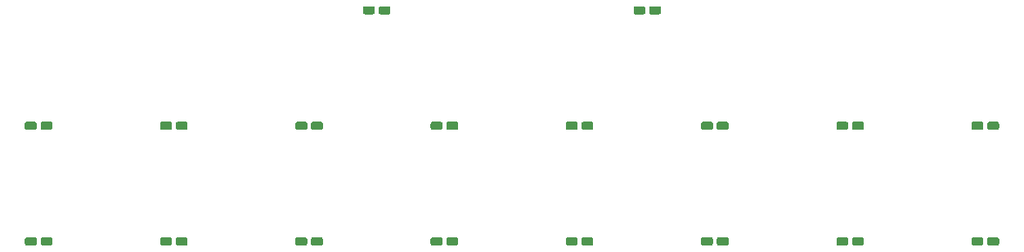
<source format=gtp>
G04 #@! TF.GenerationSoftware,KiCad,Pcbnew,(5.1.4)-1*
G04 #@! TF.CreationDate,2020-02-21T15:42:12+09:00*
G04 #@! TF.ProjectId,groove-pad-ctrl,67726f6f-7665-42d7-9061-642d6374726c,rev?*
G04 #@! TF.SameCoordinates,Original*
G04 #@! TF.FileFunction,Paste,Top*
G04 #@! TF.FilePolarity,Positive*
%FSLAX46Y46*%
G04 Gerber Fmt 4.6, Leading zero omitted, Abs format (unit mm)*
G04 Created by KiCad (PCBNEW (5.1.4)-1) date 2020-02-21 15:42:12*
%MOMM*%
%LPD*%
G04 APERTURE LIST*
%ADD10C,0.100000*%
%ADD11C,0.850000*%
G04 APERTURE END LIST*
D10*
G36*
X64858329Y-99576023D02*
G01*
X64878957Y-99579083D01*
X64899185Y-99584150D01*
X64918820Y-99591176D01*
X64937672Y-99600092D01*
X64955559Y-99610813D01*
X64972309Y-99623235D01*
X64987760Y-99637240D01*
X65001765Y-99652691D01*
X65014187Y-99669441D01*
X65024908Y-99687328D01*
X65033824Y-99706180D01*
X65040850Y-99725815D01*
X65045917Y-99746043D01*
X65048977Y-99766671D01*
X65050000Y-99787500D01*
X65050000Y-100212500D01*
X65048977Y-100233329D01*
X65045917Y-100253957D01*
X65040850Y-100274185D01*
X65033824Y-100293820D01*
X65024908Y-100312672D01*
X65014187Y-100330559D01*
X65001765Y-100347309D01*
X64987760Y-100362760D01*
X64972309Y-100376765D01*
X64955559Y-100389187D01*
X64937672Y-100399908D01*
X64918820Y-100408824D01*
X64899185Y-100415850D01*
X64878957Y-100420917D01*
X64858329Y-100423977D01*
X64837500Y-100425000D01*
X64037500Y-100425000D01*
X64016671Y-100423977D01*
X63996043Y-100420917D01*
X63975815Y-100415850D01*
X63956180Y-100408824D01*
X63937328Y-100399908D01*
X63919441Y-100389187D01*
X63902691Y-100376765D01*
X63887240Y-100362760D01*
X63873235Y-100347309D01*
X63860813Y-100330559D01*
X63850092Y-100312672D01*
X63841176Y-100293820D01*
X63834150Y-100274185D01*
X63829083Y-100253957D01*
X63826023Y-100233329D01*
X63825000Y-100212500D01*
X63825000Y-99787500D01*
X63826023Y-99766671D01*
X63829083Y-99746043D01*
X63834150Y-99725815D01*
X63841176Y-99706180D01*
X63850092Y-99687328D01*
X63860813Y-99669441D01*
X63873235Y-99652691D01*
X63887240Y-99637240D01*
X63902691Y-99623235D01*
X63919441Y-99610813D01*
X63937328Y-99600092D01*
X63956180Y-99591176D01*
X63975815Y-99584150D01*
X63996043Y-99579083D01*
X64016671Y-99576023D01*
X64037500Y-99575000D01*
X64837500Y-99575000D01*
X64858329Y-99576023D01*
X64858329Y-99576023D01*
G37*
D11*
X64437500Y-100000000D03*
D10*
G36*
X66483329Y-99576023D02*
G01*
X66503957Y-99579083D01*
X66524185Y-99584150D01*
X66543820Y-99591176D01*
X66562672Y-99600092D01*
X66580559Y-99610813D01*
X66597309Y-99623235D01*
X66612760Y-99637240D01*
X66626765Y-99652691D01*
X66639187Y-99669441D01*
X66649908Y-99687328D01*
X66658824Y-99706180D01*
X66665850Y-99725815D01*
X66670917Y-99746043D01*
X66673977Y-99766671D01*
X66675000Y-99787500D01*
X66675000Y-100212500D01*
X66673977Y-100233329D01*
X66670917Y-100253957D01*
X66665850Y-100274185D01*
X66658824Y-100293820D01*
X66649908Y-100312672D01*
X66639187Y-100330559D01*
X66626765Y-100347309D01*
X66612760Y-100362760D01*
X66597309Y-100376765D01*
X66580559Y-100389187D01*
X66562672Y-100399908D01*
X66543820Y-100408824D01*
X66524185Y-100415850D01*
X66503957Y-100420917D01*
X66483329Y-100423977D01*
X66462500Y-100425000D01*
X65662500Y-100425000D01*
X65641671Y-100423977D01*
X65621043Y-100420917D01*
X65600815Y-100415850D01*
X65581180Y-100408824D01*
X65562328Y-100399908D01*
X65544441Y-100389187D01*
X65527691Y-100376765D01*
X65512240Y-100362760D01*
X65498235Y-100347309D01*
X65485813Y-100330559D01*
X65475092Y-100312672D01*
X65466176Y-100293820D01*
X65459150Y-100274185D01*
X65454083Y-100253957D01*
X65451023Y-100233329D01*
X65450000Y-100212500D01*
X65450000Y-99787500D01*
X65451023Y-99766671D01*
X65454083Y-99746043D01*
X65459150Y-99725815D01*
X65466176Y-99706180D01*
X65475092Y-99687328D01*
X65485813Y-99669441D01*
X65498235Y-99652691D01*
X65512240Y-99637240D01*
X65527691Y-99623235D01*
X65544441Y-99610813D01*
X65562328Y-99600092D01*
X65581180Y-99591176D01*
X65600815Y-99584150D01*
X65621043Y-99579083D01*
X65641671Y-99576023D01*
X65662500Y-99575000D01*
X66462500Y-99575000D01*
X66483329Y-99576023D01*
X66483329Y-99576023D01*
G37*
D11*
X66062500Y-100000000D03*
D10*
G36*
X78858329Y-99576023D02*
G01*
X78878957Y-99579083D01*
X78899185Y-99584150D01*
X78918820Y-99591176D01*
X78937672Y-99600092D01*
X78955559Y-99610813D01*
X78972309Y-99623235D01*
X78987760Y-99637240D01*
X79001765Y-99652691D01*
X79014187Y-99669441D01*
X79024908Y-99687328D01*
X79033824Y-99706180D01*
X79040850Y-99725815D01*
X79045917Y-99746043D01*
X79048977Y-99766671D01*
X79050000Y-99787500D01*
X79050000Y-100212500D01*
X79048977Y-100233329D01*
X79045917Y-100253957D01*
X79040850Y-100274185D01*
X79033824Y-100293820D01*
X79024908Y-100312672D01*
X79014187Y-100330559D01*
X79001765Y-100347309D01*
X78987760Y-100362760D01*
X78972309Y-100376765D01*
X78955559Y-100389187D01*
X78937672Y-100399908D01*
X78918820Y-100408824D01*
X78899185Y-100415850D01*
X78878957Y-100420917D01*
X78858329Y-100423977D01*
X78837500Y-100425000D01*
X78037500Y-100425000D01*
X78016671Y-100423977D01*
X77996043Y-100420917D01*
X77975815Y-100415850D01*
X77956180Y-100408824D01*
X77937328Y-100399908D01*
X77919441Y-100389187D01*
X77902691Y-100376765D01*
X77887240Y-100362760D01*
X77873235Y-100347309D01*
X77860813Y-100330559D01*
X77850092Y-100312672D01*
X77841176Y-100293820D01*
X77834150Y-100274185D01*
X77829083Y-100253957D01*
X77826023Y-100233329D01*
X77825000Y-100212500D01*
X77825000Y-99787500D01*
X77826023Y-99766671D01*
X77829083Y-99746043D01*
X77834150Y-99725815D01*
X77841176Y-99706180D01*
X77850092Y-99687328D01*
X77860813Y-99669441D01*
X77873235Y-99652691D01*
X77887240Y-99637240D01*
X77902691Y-99623235D01*
X77919441Y-99610813D01*
X77937328Y-99600092D01*
X77956180Y-99591176D01*
X77975815Y-99584150D01*
X77996043Y-99579083D01*
X78016671Y-99576023D01*
X78037500Y-99575000D01*
X78837500Y-99575000D01*
X78858329Y-99576023D01*
X78858329Y-99576023D01*
G37*
D11*
X78437500Y-100000000D03*
D10*
G36*
X80483329Y-99576023D02*
G01*
X80503957Y-99579083D01*
X80524185Y-99584150D01*
X80543820Y-99591176D01*
X80562672Y-99600092D01*
X80580559Y-99610813D01*
X80597309Y-99623235D01*
X80612760Y-99637240D01*
X80626765Y-99652691D01*
X80639187Y-99669441D01*
X80649908Y-99687328D01*
X80658824Y-99706180D01*
X80665850Y-99725815D01*
X80670917Y-99746043D01*
X80673977Y-99766671D01*
X80675000Y-99787500D01*
X80675000Y-100212500D01*
X80673977Y-100233329D01*
X80670917Y-100253957D01*
X80665850Y-100274185D01*
X80658824Y-100293820D01*
X80649908Y-100312672D01*
X80639187Y-100330559D01*
X80626765Y-100347309D01*
X80612760Y-100362760D01*
X80597309Y-100376765D01*
X80580559Y-100389187D01*
X80562672Y-100399908D01*
X80543820Y-100408824D01*
X80524185Y-100415850D01*
X80503957Y-100420917D01*
X80483329Y-100423977D01*
X80462500Y-100425000D01*
X79662500Y-100425000D01*
X79641671Y-100423977D01*
X79621043Y-100420917D01*
X79600815Y-100415850D01*
X79581180Y-100408824D01*
X79562328Y-100399908D01*
X79544441Y-100389187D01*
X79527691Y-100376765D01*
X79512240Y-100362760D01*
X79498235Y-100347309D01*
X79485813Y-100330559D01*
X79475092Y-100312672D01*
X79466176Y-100293820D01*
X79459150Y-100274185D01*
X79454083Y-100253957D01*
X79451023Y-100233329D01*
X79450000Y-100212500D01*
X79450000Y-99787500D01*
X79451023Y-99766671D01*
X79454083Y-99746043D01*
X79459150Y-99725815D01*
X79466176Y-99706180D01*
X79475092Y-99687328D01*
X79485813Y-99669441D01*
X79498235Y-99652691D01*
X79512240Y-99637240D01*
X79527691Y-99623235D01*
X79544441Y-99610813D01*
X79562328Y-99600092D01*
X79581180Y-99591176D01*
X79600815Y-99584150D01*
X79621043Y-99579083D01*
X79641671Y-99576023D01*
X79662500Y-99575000D01*
X80462500Y-99575000D01*
X80483329Y-99576023D01*
X80483329Y-99576023D01*
G37*
D11*
X80062500Y-100000000D03*
D10*
G36*
X94483329Y-99576023D02*
G01*
X94503957Y-99579083D01*
X94524185Y-99584150D01*
X94543820Y-99591176D01*
X94562672Y-99600092D01*
X94580559Y-99610813D01*
X94597309Y-99623235D01*
X94612760Y-99637240D01*
X94626765Y-99652691D01*
X94639187Y-99669441D01*
X94649908Y-99687328D01*
X94658824Y-99706180D01*
X94665850Y-99725815D01*
X94670917Y-99746043D01*
X94673977Y-99766671D01*
X94675000Y-99787500D01*
X94675000Y-100212500D01*
X94673977Y-100233329D01*
X94670917Y-100253957D01*
X94665850Y-100274185D01*
X94658824Y-100293820D01*
X94649908Y-100312672D01*
X94639187Y-100330559D01*
X94626765Y-100347309D01*
X94612760Y-100362760D01*
X94597309Y-100376765D01*
X94580559Y-100389187D01*
X94562672Y-100399908D01*
X94543820Y-100408824D01*
X94524185Y-100415850D01*
X94503957Y-100420917D01*
X94483329Y-100423977D01*
X94462500Y-100425000D01*
X93662500Y-100425000D01*
X93641671Y-100423977D01*
X93621043Y-100420917D01*
X93600815Y-100415850D01*
X93581180Y-100408824D01*
X93562328Y-100399908D01*
X93544441Y-100389187D01*
X93527691Y-100376765D01*
X93512240Y-100362760D01*
X93498235Y-100347309D01*
X93485813Y-100330559D01*
X93475092Y-100312672D01*
X93466176Y-100293820D01*
X93459150Y-100274185D01*
X93454083Y-100253957D01*
X93451023Y-100233329D01*
X93450000Y-100212500D01*
X93450000Y-99787500D01*
X93451023Y-99766671D01*
X93454083Y-99746043D01*
X93459150Y-99725815D01*
X93466176Y-99706180D01*
X93475092Y-99687328D01*
X93485813Y-99669441D01*
X93498235Y-99652691D01*
X93512240Y-99637240D01*
X93527691Y-99623235D01*
X93544441Y-99610813D01*
X93562328Y-99600092D01*
X93581180Y-99591176D01*
X93600815Y-99584150D01*
X93621043Y-99579083D01*
X93641671Y-99576023D01*
X93662500Y-99575000D01*
X94462500Y-99575000D01*
X94483329Y-99576023D01*
X94483329Y-99576023D01*
G37*
D11*
X94062500Y-100000000D03*
D10*
G36*
X92858329Y-99576023D02*
G01*
X92878957Y-99579083D01*
X92899185Y-99584150D01*
X92918820Y-99591176D01*
X92937672Y-99600092D01*
X92955559Y-99610813D01*
X92972309Y-99623235D01*
X92987760Y-99637240D01*
X93001765Y-99652691D01*
X93014187Y-99669441D01*
X93024908Y-99687328D01*
X93033824Y-99706180D01*
X93040850Y-99725815D01*
X93045917Y-99746043D01*
X93048977Y-99766671D01*
X93050000Y-99787500D01*
X93050000Y-100212500D01*
X93048977Y-100233329D01*
X93045917Y-100253957D01*
X93040850Y-100274185D01*
X93033824Y-100293820D01*
X93024908Y-100312672D01*
X93014187Y-100330559D01*
X93001765Y-100347309D01*
X92987760Y-100362760D01*
X92972309Y-100376765D01*
X92955559Y-100389187D01*
X92937672Y-100399908D01*
X92918820Y-100408824D01*
X92899185Y-100415850D01*
X92878957Y-100420917D01*
X92858329Y-100423977D01*
X92837500Y-100425000D01*
X92037500Y-100425000D01*
X92016671Y-100423977D01*
X91996043Y-100420917D01*
X91975815Y-100415850D01*
X91956180Y-100408824D01*
X91937328Y-100399908D01*
X91919441Y-100389187D01*
X91902691Y-100376765D01*
X91887240Y-100362760D01*
X91873235Y-100347309D01*
X91860813Y-100330559D01*
X91850092Y-100312672D01*
X91841176Y-100293820D01*
X91834150Y-100274185D01*
X91829083Y-100253957D01*
X91826023Y-100233329D01*
X91825000Y-100212500D01*
X91825000Y-99787500D01*
X91826023Y-99766671D01*
X91829083Y-99746043D01*
X91834150Y-99725815D01*
X91841176Y-99706180D01*
X91850092Y-99687328D01*
X91860813Y-99669441D01*
X91873235Y-99652691D01*
X91887240Y-99637240D01*
X91902691Y-99623235D01*
X91919441Y-99610813D01*
X91937328Y-99600092D01*
X91956180Y-99591176D01*
X91975815Y-99584150D01*
X91996043Y-99579083D01*
X92016671Y-99576023D01*
X92037500Y-99575000D01*
X92837500Y-99575000D01*
X92858329Y-99576023D01*
X92858329Y-99576023D01*
G37*
D11*
X92437500Y-100000000D03*
D10*
G36*
X106858329Y-99576023D02*
G01*
X106878957Y-99579083D01*
X106899185Y-99584150D01*
X106918820Y-99591176D01*
X106937672Y-99600092D01*
X106955559Y-99610813D01*
X106972309Y-99623235D01*
X106987760Y-99637240D01*
X107001765Y-99652691D01*
X107014187Y-99669441D01*
X107024908Y-99687328D01*
X107033824Y-99706180D01*
X107040850Y-99725815D01*
X107045917Y-99746043D01*
X107048977Y-99766671D01*
X107050000Y-99787500D01*
X107050000Y-100212500D01*
X107048977Y-100233329D01*
X107045917Y-100253957D01*
X107040850Y-100274185D01*
X107033824Y-100293820D01*
X107024908Y-100312672D01*
X107014187Y-100330559D01*
X107001765Y-100347309D01*
X106987760Y-100362760D01*
X106972309Y-100376765D01*
X106955559Y-100389187D01*
X106937672Y-100399908D01*
X106918820Y-100408824D01*
X106899185Y-100415850D01*
X106878957Y-100420917D01*
X106858329Y-100423977D01*
X106837500Y-100425000D01*
X106037500Y-100425000D01*
X106016671Y-100423977D01*
X105996043Y-100420917D01*
X105975815Y-100415850D01*
X105956180Y-100408824D01*
X105937328Y-100399908D01*
X105919441Y-100389187D01*
X105902691Y-100376765D01*
X105887240Y-100362760D01*
X105873235Y-100347309D01*
X105860813Y-100330559D01*
X105850092Y-100312672D01*
X105841176Y-100293820D01*
X105834150Y-100274185D01*
X105829083Y-100253957D01*
X105826023Y-100233329D01*
X105825000Y-100212500D01*
X105825000Y-99787500D01*
X105826023Y-99766671D01*
X105829083Y-99746043D01*
X105834150Y-99725815D01*
X105841176Y-99706180D01*
X105850092Y-99687328D01*
X105860813Y-99669441D01*
X105873235Y-99652691D01*
X105887240Y-99637240D01*
X105902691Y-99623235D01*
X105919441Y-99610813D01*
X105937328Y-99600092D01*
X105956180Y-99591176D01*
X105975815Y-99584150D01*
X105996043Y-99579083D01*
X106016671Y-99576023D01*
X106037500Y-99575000D01*
X106837500Y-99575000D01*
X106858329Y-99576023D01*
X106858329Y-99576023D01*
G37*
D11*
X106437500Y-100000000D03*
D10*
G36*
X108483329Y-99576023D02*
G01*
X108503957Y-99579083D01*
X108524185Y-99584150D01*
X108543820Y-99591176D01*
X108562672Y-99600092D01*
X108580559Y-99610813D01*
X108597309Y-99623235D01*
X108612760Y-99637240D01*
X108626765Y-99652691D01*
X108639187Y-99669441D01*
X108649908Y-99687328D01*
X108658824Y-99706180D01*
X108665850Y-99725815D01*
X108670917Y-99746043D01*
X108673977Y-99766671D01*
X108675000Y-99787500D01*
X108675000Y-100212500D01*
X108673977Y-100233329D01*
X108670917Y-100253957D01*
X108665850Y-100274185D01*
X108658824Y-100293820D01*
X108649908Y-100312672D01*
X108639187Y-100330559D01*
X108626765Y-100347309D01*
X108612760Y-100362760D01*
X108597309Y-100376765D01*
X108580559Y-100389187D01*
X108562672Y-100399908D01*
X108543820Y-100408824D01*
X108524185Y-100415850D01*
X108503957Y-100420917D01*
X108483329Y-100423977D01*
X108462500Y-100425000D01*
X107662500Y-100425000D01*
X107641671Y-100423977D01*
X107621043Y-100420917D01*
X107600815Y-100415850D01*
X107581180Y-100408824D01*
X107562328Y-100399908D01*
X107544441Y-100389187D01*
X107527691Y-100376765D01*
X107512240Y-100362760D01*
X107498235Y-100347309D01*
X107485813Y-100330559D01*
X107475092Y-100312672D01*
X107466176Y-100293820D01*
X107459150Y-100274185D01*
X107454083Y-100253957D01*
X107451023Y-100233329D01*
X107450000Y-100212500D01*
X107450000Y-99787500D01*
X107451023Y-99766671D01*
X107454083Y-99746043D01*
X107459150Y-99725815D01*
X107466176Y-99706180D01*
X107475092Y-99687328D01*
X107485813Y-99669441D01*
X107498235Y-99652691D01*
X107512240Y-99637240D01*
X107527691Y-99623235D01*
X107544441Y-99610813D01*
X107562328Y-99600092D01*
X107581180Y-99591176D01*
X107600815Y-99584150D01*
X107621043Y-99579083D01*
X107641671Y-99576023D01*
X107662500Y-99575000D01*
X108462500Y-99575000D01*
X108483329Y-99576023D01*
X108483329Y-99576023D01*
G37*
D11*
X108062500Y-100000000D03*
D10*
G36*
X122483329Y-99576023D02*
G01*
X122503957Y-99579083D01*
X122524185Y-99584150D01*
X122543820Y-99591176D01*
X122562672Y-99600092D01*
X122580559Y-99610813D01*
X122597309Y-99623235D01*
X122612760Y-99637240D01*
X122626765Y-99652691D01*
X122639187Y-99669441D01*
X122649908Y-99687328D01*
X122658824Y-99706180D01*
X122665850Y-99725815D01*
X122670917Y-99746043D01*
X122673977Y-99766671D01*
X122675000Y-99787500D01*
X122675000Y-100212500D01*
X122673977Y-100233329D01*
X122670917Y-100253957D01*
X122665850Y-100274185D01*
X122658824Y-100293820D01*
X122649908Y-100312672D01*
X122639187Y-100330559D01*
X122626765Y-100347309D01*
X122612760Y-100362760D01*
X122597309Y-100376765D01*
X122580559Y-100389187D01*
X122562672Y-100399908D01*
X122543820Y-100408824D01*
X122524185Y-100415850D01*
X122503957Y-100420917D01*
X122483329Y-100423977D01*
X122462500Y-100425000D01*
X121662500Y-100425000D01*
X121641671Y-100423977D01*
X121621043Y-100420917D01*
X121600815Y-100415850D01*
X121581180Y-100408824D01*
X121562328Y-100399908D01*
X121544441Y-100389187D01*
X121527691Y-100376765D01*
X121512240Y-100362760D01*
X121498235Y-100347309D01*
X121485813Y-100330559D01*
X121475092Y-100312672D01*
X121466176Y-100293820D01*
X121459150Y-100274185D01*
X121454083Y-100253957D01*
X121451023Y-100233329D01*
X121450000Y-100212500D01*
X121450000Y-99787500D01*
X121451023Y-99766671D01*
X121454083Y-99746043D01*
X121459150Y-99725815D01*
X121466176Y-99706180D01*
X121475092Y-99687328D01*
X121485813Y-99669441D01*
X121498235Y-99652691D01*
X121512240Y-99637240D01*
X121527691Y-99623235D01*
X121544441Y-99610813D01*
X121562328Y-99600092D01*
X121581180Y-99591176D01*
X121600815Y-99584150D01*
X121621043Y-99579083D01*
X121641671Y-99576023D01*
X121662500Y-99575000D01*
X122462500Y-99575000D01*
X122483329Y-99576023D01*
X122483329Y-99576023D01*
G37*
D11*
X122062500Y-100000000D03*
D10*
G36*
X120858329Y-99576023D02*
G01*
X120878957Y-99579083D01*
X120899185Y-99584150D01*
X120918820Y-99591176D01*
X120937672Y-99600092D01*
X120955559Y-99610813D01*
X120972309Y-99623235D01*
X120987760Y-99637240D01*
X121001765Y-99652691D01*
X121014187Y-99669441D01*
X121024908Y-99687328D01*
X121033824Y-99706180D01*
X121040850Y-99725815D01*
X121045917Y-99746043D01*
X121048977Y-99766671D01*
X121050000Y-99787500D01*
X121050000Y-100212500D01*
X121048977Y-100233329D01*
X121045917Y-100253957D01*
X121040850Y-100274185D01*
X121033824Y-100293820D01*
X121024908Y-100312672D01*
X121014187Y-100330559D01*
X121001765Y-100347309D01*
X120987760Y-100362760D01*
X120972309Y-100376765D01*
X120955559Y-100389187D01*
X120937672Y-100399908D01*
X120918820Y-100408824D01*
X120899185Y-100415850D01*
X120878957Y-100420917D01*
X120858329Y-100423977D01*
X120837500Y-100425000D01*
X120037500Y-100425000D01*
X120016671Y-100423977D01*
X119996043Y-100420917D01*
X119975815Y-100415850D01*
X119956180Y-100408824D01*
X119937328Y-100399908D01*
X119919441Y-100389187D01*
X119902691Y-100376765D01*
X119887240Y-100362760D01*
X119873235Y-100347309D01*
X119860813Y-100330559D01*
X119850092Y-100312672D01*
X119841176Y-100293820D01*
X119834150Y-100274185D01*
X119829083Y-100253957D01*
X119826023Y-100233329D01*
X119825000Y-100212500D01*
X119825000Y-99787500D01*
X119826023Y-99766671D01*
X119829083Y-99746043D01*
X119834150Y-99725815D01*
X119841176Y-99706180D01*
X119850092Y-99687328D01*
X119860813Y-99669441D01*
X119873235Y-99652691D01*
X119887240Y-99637240D01*
X119902691Y-99623235D01*
X119919441Y-99610813D01*
X119937328Y-99600092D01*
X119956180Y-99591176D01*
X119975815Y-99584150D01*
X119996043Y-99579083D01*
X120016671Y-99576023D01*
X120037500Y-99575000D01*
X120837500Y-99575000D01*
X120858329Y-99576023D01*
X120858329Y-99576023D01*
G37*
D11*
X120437500Y-100000000D03*
D10*
G36*
X134858329Y-99576023D02*
G01*
X134878957Y-99579083D01*
X134899185Y-99584150D01*
X134918820Y-99591176D01*
X134937672Y-99600092D01*
X134955559Y-99610813D01*
X134972309Y-99623235D01*
X134987760Y-99637240D01*
X135001765Y-99652691D01*
X135014187Y-99669441D01*
X135024908Y-99687328D01*
X135033824Y-99706180D01*
X135040850Y-99725815D01*
X135045917Y-99746043D01*
X135048977Y-99766671D01*
X135050000Y-99787500D01*
X135050000Y-100212500D01*
X135048977Y-100233329D01*
X135045917Y-100253957D01*
X135040850Y-100274185D01*
X135033824Y-100293820D01*
X135024908Y-100312672D01*
X135014187Y-100330559D01*
X135001765Y-100347309D01*
X134987760Y-100362760D01*
X134972309Y-100376765D01*
X134955559Y-100389187D01*
X134937672Y-100399908D01*
X134918820Y-100408824D01*
X134899185Y-100415850D01*
X134878957Y-100420917D01*
X134858329Y-100423977D01*
X134837500Y-100425000D01*
X134037500Y-100425000D01*
X134016671Y-100423977D01*
X133996043Y-100420917D01*
X133975815Y-100415850D01*
X133956180Y-100408824D01*
X133937328Y-100399908D01*
X133919441Y-100389187D01*
X133902691Y-100376765D01*
X133887240Y-100362760D01*
X133873235Y-100347309D01*
X133860813Y-100330559D01*
X133850092Y-100312672D01*
X133841176Y-100293820D01*
X133834150Y-100274185D01*
X133829083Y-100253957D01*
X133826023Y-100233329D01*
X133825000Y-100212500D01*
X133825000Y-99787500D01*
X133826023Y-99766671D01*
X133829083Y-99746043D01*
X133834150Y-99725815D01*
X133841176Y-99706180D01*
X133850092Y-99687328D01*
X133860813Y-99669441D01*
X133873235Y-99652691D01*
X133887240Y-99637240D01*
X133902691Y-99623235D01*
X133919441Y-99610813D01*
X133937328Y-99600092D01*
X133956180Y-99591176D01*
X133975815Y-99584150D01*
X133996043Y-99579083D01*
X134016671Y-99576023D01*
X134037500Y-99575000D01*
X134837500Y-99575000D01*
X134858329Y-99576023D01*
X134858329Y-99576023D01*
G37*
D11*
X134437500Y-100000000D03*
D10*
G36*
X136483329Y-99576023D02*
G01*
X136503957Y-99579083D01*
X136524185Y-99584150D01*
X136543820Y-99591176D01*
X136562672Y-99600092D01*
X136580559Y-99610813D01*
X136597309Y-99623235D01*
X136612760Y-99637240D01*
X136626765Y-99652691D01*
X136639187Y-99669441D01*
X136649908Y-99687328D01*
X136658824Y-99706180D01*
X136665850Y-99725815D01*
X136670917Y-99746043D01*
X136673977Y-99766671D01*
X136675000Y-99787500D01*
X136675000Y-100212500D01*
X136673977Y-100233329D01*
X136670917Y-100253957D01*
X136665850Y-100274185D01*
X136658824Y-100293820D01*
X136649908Y-100312672D01*
X136639187Y-100330559D01*
X136626765Y-100347309D01*
X136612760Y-100362760D01*
X136597309Y-100376765D01*
X136580559Y-100389187D01*
X136562672Y-100399908D01*
X136543820Y-100408824D01*
X136524185Y-100415850D01*
X136503957Y-100420917D01*
X136483329Y-100423977D01*
X136462500Y-100425000D01*
X135662500Y-100425000D01*
X135641671Y-100423977D01*
X135621043Y-100420917D01*
X135600815Y-100415850D01*
X135581180Y-100408824D01*
X135562328Y-100399908D01*
X135544441Y-100389187D01*
X135527691Y-100376765D01*
X135512240Y-100362760D01*
X135498235Y-100347309D01*
X135485813Y-100330559D01*
X135475092Y-100312672D01*
X135466176Y-100293820D01*
X135459150Y-100274185D01*
X135454083Y-100253957D01*
X135451023Y-100233329D01*
X135450000Y-100212500D01*
X135450000Y-99787500D01*
X135451023Y-99766671D01*
X135454083Y-99746043D01*
X135459150Y-99725815D01*
X135466176Y-99706180D01*
X135475092Y-99687328D01*
X135485813Y-99669441D01*
X135498235Y-99652691D01*
X135512240Y-99637240D01*
X135527691Y-99623235D01*
X135544441Y-99610813D01*
X135562328Y-99600092D01*
X135581180Y-99591176D01*
X135600815Y-99584150D01*
X135621043Y-99579083D01*
X135641671Y-99576023D01*
X135662500Y-99575000D01*
X136462500Y-99575000D01*
X136483329Y-99576023D01*
X136483329Y-99576023D01*
G37*
D11*
X136062500Y-100000000D03*
D10*
G36*
X150483329Y-99576023D02*
G01*
X150503957Y-99579083D01*
X150524185Y-99584150D01*
X150543820Y-99591176D01*
X150562672Y-99600092D01*
X150580559Y-99610813D01*
X150597309Y-99623235D01*
X150612760Y-99637240D01*
X150626765Y-99652691D01*
X150639187Y-99669441D01*
X150649908Y-99687328D01*
X150658824Y-99706180D01*
X150665850Y-99725815D01*
X150670917Y-99746043D01*
X150673977Y-99766671D01*
X150675000Y-99787500D01*
X150675000Y-100212500D01*
X150673977Y-100233329D01*
X150670917Y-100253957D01*
X150665850Y-100274185D01*
X150658824Y-100293820D01*
X150649908Y-100312672D01*
X150639187Y-100330559D01*
X150626765Y-100347309D01*
X150612760Y-100362760D01*
X150597309Y-100376765D01*
X150580559Y-100389187D01*
X150562672Y-100399908D01*
X150543820Y-100408824D01*
X150524185Y-100415850D01*
X150503957Y-100420917D01*
X150483329Y-100423977D01*
X150462500Y-100425000D01*
X149662500Y-100425000D01*
X149641671Y-100423977D01*
X149621043Y-100420917D01*
X149600815Y-100415850D01*
X149581180Y-100408824D01*
X149562328Y-100399908D01*
X149544441Y-100389187D01*
X149527691Y-100376765D01*
X149512240Y-100362760D01*
X149498235Y-100347309D01*
X149485813Y-100330559D01*
X149475092Y-100312672D01*
X149466176Y-100293820D01*
X149459150Y-100274185D01*
X149454083Y-100253957D01*
X149451023Y-100233329D01*
X149450000Y-100212500D01*
X149450000Y-99787500D01*
X149451023Y-99766671D01*
X149454083Y-99746043D01*
X149459150Y-99725815D01*
X149466176Y-99706180D01*
X149475092Y-99687328D01*
X149485813Y-99669441D01*
X149498235Y-99652691D01*
X149512240Y-99637240D01*
X149527691Y-99623235D01*
X149544441Y-99610813D01*
X149562328Y-99600092D01*
X149581180Y-99591176D01*
X149600815Y-99584150D01*
X149621043Y-99579083D01*
X149641671Y-99576023D01*
X149662500Y-99575000D01*
X150462500Y-99575000D01*
X150483329Y-99576023D01*
X150483329Y-99576023D01*
G37*
D11*
X150062500Y-100000000D03*
D10*
G36*
X148858329Y-99576023D02*
G01*
X148878957Y-99579083D01*
X148899185Y-99584150D01*
X148918820Y-99591176D01*
X148937672Y-99600092D01*
X148955559Y-99610813D01*
X148972309Y-99623235D01*
X148987760Y-99637240D01*
X149001765Y-99652691D01*
X149014187Y-99669441D01*
X149024908Y-99687328D01*
X149033824Y-99706180D01*
X149040850Y-99725815D01*
X149045917Y-99746043D01*
X149048977Y-99766671D01*
X149050000Y-99787500D01*
X149050000Y-100212500D01*
X149048977Y-100233329D01*
X149045917Y-100253957D01*
X149040850Y-100274185D01*
X149033824Y-100293820D01*
X149024908Y-100312672D01*
X149014187Y-100330559D01*
X149001765Y-100347309D01*
X148987760Y-100362760D01*
X148972309Y-100376765D01*
X148955559Y-100389187D01*
X148937672Y-100399908D01*
X148918820Y-100408824D01*
X148899185Y-100415850D01*
X148878957Y-100420917D01*
X148858329Y-100423977D01*
X148837500Y-100425000D01*
X148037500Y-100425000D01*
X148016671Y-100423977D01*
X147996043Y-100420917D01*
X147975815Y-100415850D01*
X147956180Y-100408824D01*
X147937328Y-100399908D01*
X147919441Y-100389187D01*
X147902691Y-100376765D01*
X147887240Y-100362760D01*
X147873235Y-100347309D01*
X147860813Y-100330559D01*
X147850092Y-100312672D01*
X147841176Y-100293820D01*
X147834150Y-100274185D01*
X147829083Y-100253957D01*
X147826023Y-100233329D01*
X147825000Y-100212500D01*
X147825000Y-99787500D01*
X147826023Y-99766671D01*
X147829083Y-99746043D01*
X147834150Y-99725815D01*
X147841176Y-99706180D01*
X147850092Y-99687328D01*
X147860813Y-99669441D01*
X147873235Y-99652691D01*
X147887240Y-99637240D01*
X147902691Y-99623235D01*
X147919441Y-99610813D01*
X147937328Y-99600092D01*
X147956180Y-99591176D01*
X147975815Y-99584150D01*
X147996043Y-99579083D01*
X148016671Y-99576023D01*
X148037500Y-99575000D01*
X148837500Y-99575000D01*
X148858329Y-99576023D01*
X148858329Y-99576023D01*
G37*
D11*
X148437500Y-100000000D03*
D10*
G36*
X162858329Y-99576023D02*
G01*
X162878957Y-99579083D01*
X162899185Y-99584150D01*
X162918820Y-99591176D01*
X162937672Y-99600092D01*
X162955559Y-99610813D01*
X162972309Y-99623235D01*
X162987760Y-99637240D01*
X163001765Y-99652691D01*
X163014187Y-99669441D01*
X163024908Y-99687328D01*
X163033824Y-99706180D01*
X163040850Y-99725815D01*
X163045917Y-99746043D01*
X163048977Y-99766671D01*
X163050000Y-99787500D01*
X163050000Y-100212500D01*
X163048977Y-100233329D01*
X163045917Y-100253957D01*
X163040850Y-100274185D01*
X163033824Y-100293820D01*
X163024908Y-100312672D01*
X163014187Y-100330559D01*
X163001765Y-100347309D01*
X162987760Y-100362760D01*
X162972309Y-100376765D01*
X162955559Y-100389187D01*
X162937672Y-100399908D01*
X162918820Y-100408824D01*
X162899185Y-100415850D01*
X162878957Y-100420917D01*
X162858329Y-100423977D01*
X162837500Y-100425000D01*
X162037500Y-100425000D01*
X162016671Y-100423977D01*
X161996043Y-100420917D01*
X161975815Y-100415850D01*
X161956180Y-100408824D01*
X161937328Y-100399908D01*
X161919441Y-100389187D01*
X161902691Y-100376765D01*
X161887240Y-100362760D01*
X161873235Y-100347309D01*
X161860813Y-100330559D01*
X161850092Y-100312672D01*
X161841176Y-100293820D01*
X161834150Y-100274185D01*
X161829083Y-100253957D01*
X161826023Y-100233329D01*
X161825000Y-100212500D01*
X161825000Y-99787500D01*
X161826023Y-99766671D01*
X161829083Y-99746043D01*
X161834150Y-99725815D01*
X161841176Y-99706180D01*
X161850092Y-99687328D01*
X161860813Y-99669441D01*
X161873235Y-99652691D01*
X161887240Y-99637240D01*
X161902691Y-99623235D01*
X161919441Y-99610813D01*
X161937328Y-99600092D01*
X161956180Y-99591176D01*
X161975815Y-99584150D01*
X161996043Y-99579083D01*
X162016671Y-99576023D01*
X162037500Y-99575000D01*
X162837500Y-99575000D01*
X162858329Y-99576023D01*
X162858329Y-99576023D01*
G37*
D11*
X162437500Y-100000000D03*
D10*
G36*
X164483329Y-99576023D02*
G01*
X164503957Y-99579083D01*
X164524185Y-99584150D01*
X164543820Y-99591176D01*
X164562672Y-99600092D01*
X164580559Y-99610813D01*
X164597309Y-99623235D01*
X164612760Y-99637240D01*
X164626765Y-99652691D01*
X164639187Y-99669441D01*
X164649908Y-99687328D01*
X164658824Y-99706180D01*
X164665850Y-99725815D01*
X164670917Y-99746043D01*
X164673977Y-99766671D01*
X164675000Y-99787500D01*
X164675000Y-100212500D01*
X164673977Y-100233329D01*
X164670917Y-100253957D01*
X164665850Y-100274185D01*
X164658824Y-100293820D01*
X164649908Y-100312672D01*
X164639187Y-100330559D01*
X164626765Y-100347309D01*
X164612760Y-100362760D01*
X164597309Y-100376765D01*
X164580559Y-100389187D01*
X164562672Y-100399908D01*
X164543820Y-100408824D01*
X164524185Y-100415850D01*
X164503957Y-100420917D01*
X164483329Y-100423977D01*
X164462500Y-100425000D01*
X163662500Y-100425000D01*
X163641671Y-100423977D01*
X163621043Y-100420917D01*
X163600815Y-100415850D01*
X163581180Y-100408824D01*
X163562328Y-100399908D01*
X163544441Y-100389187D01*
X163527691Y-100376765D01*
X163512240Y-100362760D01*
X163498235Y-100347309D01*
X163485813Y-100330559D01*
X163475092Y-100312672D01*
X163466176Y-100293820D01*
X163459150Y-100274185D01*
X163454083Y-100253957D01*
X163451023Y-100233329D01*
X163450000Y-100212500D01*
X163450000Y-99787500D01*
X163451023Y-99766671D01*
X163454083Y-99746043D01*
X163459150Y-99725815D01*
X163466176Y-99706180D01*
X163475092Y-99687328D01*
X163485813Y-99669441D01*
X163498235Y-99652691D01*
X163512240Y-99637240D01*
X163527691Y-99623235D01*
X163544441Y-99610813D01*
X163562328Y-99600092D01*
X163581180Y-99591176D01*
X163600815Y-99584150D01*
X163621043Y-99579083D01*
X163641671Y-99576023D01*
X163662500Y-99575000D01*
X164462500Y-99575000D01*
X164483329Y-99576023D01*
X164483329Y-99576023D01*
G37*
D11*
X164062500Y-100000000D03*
D10*
G36*
X66483329Y-111576023D02*
G01*
X66503957Y-111579083D01*
X66524185Y-111584150D01*
X66543820Y-111591176D01*
X66562672Y-111600092D01*
X66580559Y-111610813D01*
X66597309Y-111623235D01*
X66612760Y-111637240D01*
X66626765Y-111652691D01*
X66639187Y-111669441D01*
X66649908Y-111687328D01*
X66658824Y-111706180D01*
X66665850Y-111725815D01*
X66670917Y-111746043D01*
X66673977Y-111766671D01*
X66675000Y-111787500D01*
X66675000Y-112212500D01*
X66673977Y-112233329D01*
X66670917Y-112253957D01*
X66665850Y-112274185D01*
X66658824Y-112293820D01*
X66649908Y-112312672D01*
X66639187Y-112330559D01*
X66626765Y-112347309D01*
X66612760Y-112362760D01*
X66597309Y-112376765D01*
X66580559Y-112389187D01*
X66562672Y-112399908D01*
X66543820Y-112408824D01*
X66524185Y-112415850D01*
X66503957Y-112420917D01*
X66483329Y-112423977D01*
X66462500Y-112425000D01*
X65662500Y-112425000D01*
X65641671Y-112423977D01*
X65621043Y-112420917D01*
X65600815Y-112415850D01*
X65581180Y-112408824D01*
X65562328Y-112399908D01*
X65544441Y-112389187D01*
X65527691Y-112376765D01*
X65512240Y-112362760D01*
X65498235Y-112347309D01*
X65485813Y-112330559D01*
X65475092Y-112312672D01*
X65466176Y-112293820D01*
X65459150Y-112274185D01*
X65454083Y-112253957D01*
X65451023Y-112233329D01*
X65450000Y-112212500D01*
X65450000Y-111787500D01*
X65451023Y-111766671D01*
X65454083Y-111746043D01*
X65459150Y-111725815D01*
X65466176Y-111706180D01*
X65475092Y-111687328D01*
X65485813Y-111669441D01*
X65498235Y-111652691D01*
X65512240Y-111637240D01*
X65527691Y-111623235D01*
X65544441Y-111610813D01*
X65562328Y-111600092D01*
X65581180Y-111591176D01*
X65600815Y-111584150D01*
X65621043Y-111579083D01*
X65641671Y-111576023D01*
X65662500Y-111575000D01*
X66462500Y-111575000D01*
X66483329Y-111576023D01*
X66483329Y-111576023D01*
G37*
D11*
X66062500Y-112000000D03*
D10*
G36*
X64858329Y-111576023D02*
G01*
X64878957Y-111579083D01*
X64899185Y-111584150D01*
X64918820Y-111591176D01*
X64937672Y-111600092D01*
X64955559Y-111610813D01*
X64972309Y-111623235D01*
X64987760Y-111637240D01*
X65001765Y-111652691D01*
X65014187Y-111669441D01*
X65024908Y-111687328D01*
X65033824Y-111706180D01*
X65040850Y-111725815D01*
X65045917Y-111746043D01*
X65048977Y-111766671D01*
X65050000Y-111787500D01*
X65050000Y-112212500D01*
X65048977Y-112233329D01*
X65045917Y-112253957D01*
X65040850Y-112274185D01*
X65033824Y-112293820D01*
X65024908Y-112312672D01*
X65014187Y-112330559D01*
X65001765Y-112347309D01*
X64987760Y-112362760D01*
X64972309Y-112376765D01*
X64955559Y-112389187D01*
X64937672Y-112399908D01*
X64918820Y-112408824D01*
X64899185Y-112415850D01*
X64878957Y-112420917D01*
X64858329Y-112423977D01*
X64837500Y-112425000D01*
X64037500Y-112425000D01*
X64016671Y-112423977D01*
X63996043Y-112420917D01*
X63975815Y-112415850D01*
X63956180Y-112408824D01*
X63937328Y-112399908D01*
X63919441Y-112389187D01*
X63902691Y-112376765D01*
X63887240Y-112362760D01*
X63873235Y-112347309D01*
X63860813Y-112330559D01*
X63850092Y-112312672D01*
X63841176Y-112293820D01*
X63834150Y-112274185D01*
X63829083Y-112253957D01*
X63826023Y-112233329D01*
X63825000Y-112212500D01*
X63825000Y-111787500D01*
X63826023Y-111766671D01*
X63829083Y-111746043D01*
X63834150Y-111725815D01*
X63841176Y-111706180D01*
X63850092Y-111687328D01*
X63860813Y-111669441D01*
X63873235Y-111652691D01*
X63887240Y-111637240D01*
X63902691Y-111623235D01*
X63919441Y-111610813D01*
X63937328Y-111600092D01*
X63956180Y-111591176D01*
X63975815Y-111584150D01*
X63996043Y-111579083D01*
X64016671Y-111576023D01*
X64037500Y-111575000D01*
X64837500Y-111575000D01*
X64858329Y-111576023D01*
X64858329Y-111576023D01*
G37*
D11*
X64437500Y-112000000D03*
D10*
G36*
X78858329Y-111576023D02*
G01*
X78878957Y-111579083D01*
X78899185Y-111584150D01*
X78918820Y-111591176D01*
X78937672Y-111600092D01*
X78955559Y-111610813D01*
X78972309Y-111623235D01*
X78987760Y-111637240D01*
X79001765Y-111652691D01*
X79014187Y-111669441D01*
X79024908Y-111687328D01*
X79033824Y-111706180D01*
X79040850Y-111725815D01*
X79045917Y-111746043D01*
X79048977Y-111766671D01*
X79050000Y-111787500D01*
X79050000Y-112212500D01*
X79048977Y-112233329D01*
X79045917Y-112253957D01*
X79040850Y-112274185D01*
X79033824Y-112293820D01*
X79024908Y-112312672D01*
X79014187Y-112330559D01*
X79001765Y-112347309D01*
X78987760Y-112362760D01*
X78972309Y-112376765D01*
X78955559Y-112389187D01*
X78937672Y-112399908D01*
X78918820Y-112408824D01*
X78899185Y-112415850D01*
X78878957Y-112420917D01*
X78858329Y-112423977D01*
X78837500Y-112425000D01*
X78037500Y-112425000D01*
X78016671Y-112423977D01*
X77996043Y-112420917D01*
X77975815Y-112415850D01*
X77956180Y-112408824D01*
X77937328Y-112399908D01*
X77919441Y-112389187D01*
X77902691Y-112376765D01*
X77887240Y-112362760D01*
X77873235Y-112347309D01*
X77860813Y-112330559D01*
X77850092Y-112312672D01*
X77841176Y-112293820D01*
X77834150Y-112274185D01*
X77829083Y-112253957D01*
X77826023Y-112233329D01*
X77825000Y-112212500D01*
X77825000Y-111787500D01*
X77826023Y-111766671D01*
X77829083Y-111746043D01*
X77834150Y-111725815D01*
X77841176Y-111706180D01*
X77850092Y-111687328D01*
X77860813Y-111669441D01*
X77873235Y-111652691D01*
X77887240Y-111637240D01*
X77902691Y-111623235D01*
X77919441Y-111610813D01*
X77937328Y-111600092D01*
X77956180Y-111591176D01*
X77975815Y-111584150D01*
X77996043Y-111579083D01*
X78016671Y-111576023D01*
X78037500Y-111575000D01*
X78837500Y-111575000D01*
X78858329Y-111576023D01*
X78858329Y-111576023D01*
G37*
D11*
X78437500Y-112000000D03*
D10*
G36*
X80483329Y-111576023D02*
G01*
X80503957Y-111579083D01*
X80524185Y-111584150D01*
X80543820Y-111591176D01*
X80562672Y-111600092D01*
X80580559Y-111610813D01*
X80597309Y-111623235D01*
X80612760Y-111637240D01*
X80626765Y-111652691D01*
X80639187Y-111669441D01*
X80649908Y-111687328D01*
X80658824Y-111706180D01*
X80665850Y-111725815D01*
X80670917Y-111746043D01*
X80673977Y-111766671D01*
X80675000Y-111787500D01*
X80675000Y-112212500D01*
X80673977Y-112233329D01*
X80670917Y-112253957D01*
X80665850Y-112274185D01*
X80658824Y-112293820D01*
X80649908Y-112312672D01*
X80639187Y-112330559D01*
X80626765Y-112347309D01*
X80612760Y-112362760D01*
X80597309Y-112376765D01*
X80580559Y-112389187D01*
X80562672Y-112399908D01*
X80543820Y-112408824D01*
X80524185Y-112415850D01*
X80503957Y-112420917D01*
X80483329Y-112423977D01*
X80462500Y-112425000D01*
X79662500Y-112425000D01*
X79641671Y-112423977D01*
X79621043Y-112420917D01*
X79600815Y-112415850D01*
X79581180Y-112408824D01*
X79562328Y-112399908D01*
X79544441Y-112389187D01*
X79527691Y-112376765D01*
X79512240Y-112362760D01*
X79498235Y-112347309D01*
X79485813Y-112330559D01*
X79475092Y-112312672D01*
X79466176Y-112293820D01*
X79459150Y-112274185D01*
X79454083Y-112253957D01*
X79451023Y-112233329D01*
X79450000Y-112212500D01*
X79450000Y-111787500D01*
X79451023Y-111766671D01*
X79454083Y-111746043D01*
X79459150Y-111725815D01*
X79466176Y-111706180D01*
X79475092Y-111687328D01*
X79485813Y-111669441D01*
X79498235Y-111652691D01*
X79512240Y-111637240D01*
X79527691Y-111623235D01*
X79544441Y-111610813D01*
X79562328Y-111600092D01*
X79581180Y-111591176D01*
X79600815Y-111584150D01*
X79621043Y-111579083D01*
X79641671Y-111576023D01*
X79662500Y-111575000D01*
X80462500Y-111575000D01*
X80483329Y-111576023D01*
X80483329Y-111576023D01*
G37*
D11*
X80062500Y-112000000D03*
D10*
G36*
X94483329Y-111576023D02*
G01*
X94503957Y-111579083D01*
X94524185Y-111584150D01*
X94543820Y-111591176D01*
X94562672Y-111600092D01*
X94580559Y-111610813D01*
X94597309Y-111623235D01*
X94612760Y-111637240D01*
X94626765Y-111652691D01*
X94639187Y-111669441D01*
X94649908Y-111687328D01*
X94658824Y-111706180D01*
X94665850Y-111725815D01*
X94670917Y-111746043D01*
X94673977Y-111766671D01*
X94675000Y-111787500D01*
X94675000Y-112212500D01*
X94673977Y-112233329D01*
X94670917Y-112253957D01*
X94665850Y-112274185D01*
X94658824Y-112293820D01*
X94649908Y-112312672D01*
X94639187Y-112330559D01*
X94626765Y-112347309D01*
X94612760Y-112362760D01*
X94597309Y-112376765D01*
X94580559Y-112389187D01*
X94562672Y-112399908D01*
X94543820Y-112408824D01*
X94524185Y-112415850D01*
X94503957Y-112420917D01*
X94483329Y-112423977D01*
X94462500Y-112425000D01*
X93662500Y-112425000D01*
X93641671Y-112423977D01*
X93621043Y-112420917D01*
X93600815Y-112415850D01*
X93581180Y-112408824D01*
X93562328Y-112399908D01*
X93544441Y-112389187D01*
X93527691Y-112376765D01*
X93512240Y-112362760D01*
X93498235Y-112347309D01*
X93485813Y-112330559D01*
X93475092Y-112312672D01*
X93466176Y-112293820D01*
X93459150Y-112274185D01*
X93454083Y-112253957D01*
X93451023Y-112233329D01*
X93450000Y-112212500D01*
X93450000Y-111787500D01*
X93451023Y-111766671D01*
X93454083Y-111746043D01*
X93459150Y-111725815D01*
X93466176Y-111706180D01*
X93475092Y-111687328D01*
X93485813Y-111669441D01*
X93498235Y-111652691D01*
X93512240Y-111637240D01*
X93527691Y-111623235D01*
X93544441Y-111610813D01*
X93562328Y-111600092D01*
X93581180Y-111591176D01*
X93600815Y-111584150D01*
X93621043Y-111579083D01*
X93641671Y-111576023D01*
X93662500Y-111575000D01*
X94462500Y-111575000D01*
X94483329Y-111576023D01*
X94483329Y-111576023D01*
G37*
D11*
X94062500Y-112000000D03*
D10*
G36*
X92858329Y-111576023D02*
G01*
X92878957Y-111579083D01*
X92899185Y-111584150D01*
X92918820Y-111591176D01*
X92937672Y-111600092D01*
X92955559Y-111610813D01*
X92972309Y-111623235D01*
X92987760Y-111637240D01*
X93001765Y-111652691D01*
X93014187Y-111669441D01*
X93024908Y-111687328D01*
X93033824Y-111706180D01*
X93040850Y-111725815D01*
X93045917Y-111746043D01*
X93048977Y-111766671D01*
X93050000Y-111787500D01*
X93050000Y-112212500D01*
X93048977Y-112233329D01*
X93045917Y-112253957D01*
X93040850Y-112274185D01*
X93033824Y-112293820D01*
X93024908Y-112312672D01*
X93014187Y-112330559D01*
X93001765Y-112347309D01*
X92987760Y-112362760D01*
X92972309Y-112376765D01*
X92955559Y-112389187D01*
X92937672Y-112399908D01*
X92918820Y-112408824D01*
X92899185Y-112415850D01*
X92878957Y-112420917D01*
X92858329Y-112423977D01*
X92837500Y-112425000D01*
X92037500Y-112425000D01*
X92016671Y-112423977D01*
X91996043Y-112420917D01*
X91975815Y-112415850D01*
X91956180Y-112408824D01*
X91937328Y-112399908D01*
X91919441Y-112389187D01*
X91902691Y-112376765D01*
X91887240Y-112362760D01*
X91873235Y-112347309D01*
X91860813Y-112330559D01*
X91850092Y-112312672D01*
X91841176Y-112293820D01*
X91834150Y-112274185D01*
X91829083Y-112253957D01*
X91826023Y-112233329D01*
X91825000Y-112212500D01*
X91825000Y-111787500D01*
X91826023Y-111766671D01*
X91829083Y-111746043D01*
X91834150Y-111725815D01*
X91841176Y-111706180D01*
X91850092Y-111687328D01*
X91860813Y-111669441D01*
X91873235Y-111652691D01*
X91887240Y-111637240D01*
X91902691Y-111623235D01*
X91919441Y-111610813D01*
X91937328Y-111600092D01*
X91956180Y-111591176D01*
X91975815Y-111584150D01*
X91996043Y-111579083D01*
X92016671Y-111576023D01*
X92037500Y-111575000D01*
X92837500Y-111575000D01*
X92858329Y-111576023D01*
X92858329Y-111576023D01*
G37*
D11*
X92437500Y-112000000D03*
D10*
G36*
X108483329Y-111576023D02*
G01*
X108503957Y-111579083D01*
X108524185Y-111584150D01*
X108543820Y-111591176D01*
X108562672Y-111600092D01*
X108580559Y-111610813D01*
X108597309Y-111623235D01*
X108612760Y-111637240D01*
X108626765Y-111652691D01*
X108639187Y-111669441D01*
X108649908Y-111687328D01*
X108658824Y-111706180D01*
X108665850Y-111725815D01*
X108670917Y-111746043D01*
X108673977Y-111766671D01*
X108675000Y-111787500D01*
X108675000Y-112212500D01*
X108673977Y-112233329D01*
X108670917Y-112253957D01*
X108665850Y-112274185D01*
X108658824Y-112293820D01*
X108649908Y-112312672D01*
X108639187Y-112330559D01*
X108626765Y-112347309D01*
X108612760Y-112362760D01*
X108597309Y-112376765D01*
X108580559Y-112389187D01*
X108562672Y-112399908D01*
X108543820Y-112408824D01*
X108524185Y-112415850D01*
X108503957Y-112420917D01*
X108483329Y-112423977D01*
X108462500Y-112425000D01*
X107662500Y-112425000D01*
X107641671Y-112423977D01*
X107621043Y-112420917D01*
X107600815Y-112415850D01*
X107581180Y-112408824D01*
X107562328Y-112399908D01*
X107544441Y-112389187D01*
X107527691Y-112376765D01*
X107512240Y-112362760D01*
X107498235Y-112347309D01*
X107485813Y-112330559D01*
X107475092Y-112312672D01*
X107466176Y-112293820D01*
X107459150Y-112274185D01*
X107454083Y-112253957D01*
X107451023Y-112233329D01*
X107450000Y-112212500D01*
X107450000Y-111787500D01*
X107451023Y-111766671D01*
X107454083Y-111746043D01*
X107459150Y-111725815D01*
X107466176Y-111706180D01*
X107475092Y-111687328D01*
X107485813Y-111669441D01*
X107498235Y-111652691D01*
X107512240Y-111637240D01*
X107527691Y-111623235D01*
X107544441Y-111610813D01*
X107562328Y-111600092D01*
X107581180Y-111591176D01*
X107600815Y-111584150D01*
X107621043Y-111579083D01*
X107641671Y-111576023D01*
X107662500Y-111575000D01*
X108462500Y-111575000D01*
X108483329Y-111576023D01*
X108483329Y-111576023D01*
G37*
D11*
X108062500Y-112000000D03*
D10*
G36*
X106858329Y-111576023D02*
G01*
X106878957Y-111579083D01*
X106899185Y-111584150D01*
X106918820Y-111591176D01*
X106937672Y-111600092D01*
X106955559Y-111610813D01*
X106972309Y-111623235D01*
X106987760Y-111637240D01*
X107001765Y-111652691D01*
X107014187Y-111669441D01*
X107024908Y-111687328D01*
X107033824Y-111706180D01*
X107040850Y-111725815D01*
X107045917Y-111746043D01*
X107048977Y-111766671D01*
X107050000Y-111787500D01*
X107050000Y-112212500D01*
X107048977Y-112233329D01*
X107045917Y-112253957D01*
X107040850Y-112274185D01*
X107033824Y-112293820D01*
X107024908Y-112312672D01*
X107014187Y-112330559D01*
X107001765Y-112347309D01*
X106987760Y-112362760D01*
X106972309Y-112376765D01*
X106955559Y-112389187D01*
X106937672Y-112399908D01*
X106918820Y-112408824D01*
X106899185Y-112415850D01*
X106878957Y-112420917D01*
X106858329Y-112423977D01*
X106837500Y-112425000D01*
X106037500Y-112425000D01*
X106016671Y-112423977D01*
X105996043Y-112420917D01*
X105975815Y-112415850D01*
X105956180Y-112408824D01*
X105937328Y-112399908D01*
X105919441Y-112389187D01*
X105902691Y-112376765D01*
X105887240Y-112362760D01*
X105873235Y-112347309D01*
X105860813Y-112330559D01*
X105850092Y-112312672D01*
X105841176Y-112293820D01*
X105834150Y-112274185D01*
X105829083Y-112253957D01*
X105826023Y-112233329D01*
X105825000Y-112212500D01*
X105825000Y-111787500D01*
X105826023Y-111766671D01*
X105829083Y-111746043D01*
X105834150Y-111725815D01*
X105841176Y-111706180D01*
X105850092Y-111687328D01*
X105860813Y-111669441D01*
X105873235Y-111652691D01*
X105887240Y-111637240D01*
X105902691Y-111623235D01*
X105919441Y-111610813D01*
X105937328Y-111600092D01*
X105956180Y-111591176D01*
X105975815Y-111584150D01*
X105996043Y-111579083D01*
X106016671Y-111576023D01*
X106037500Y-111575000D01*
X106837500Y-111575000D01*
X106858329Y-111576023D01*
X106858329Y-111576023D01*
G37*
D11*
X106437500Y-112000000D03*
D10*
G36*
X122483329Y-111576023D02*
G01*
X122503957Y-111579083D01*
X122524185Y-111584150D01*
X122543820Y-111591176D01*
X122562672Y-111600092D01*
X122580559Y-111610813D01*
X122597309Y-111623235D01*
X122612760Y-111637240D01*
X122626765Y-111652691D01*
X122639187Y-111669441D01*
X122649908Y-111687328D01*
X122658824Y-111706180D01*
X122665850Y-111725815D01*
X122670917Y-111746043D01*
X122673977Y-111766671D01*
X122675000Y-111787500D01*
X122675000Y-112212500D01*
X122673977Y-112233329D01*
X122670917Y-112253957D01*
X122665850Y-112274185D01*
X122658824Y-112293820D01*
X122649908Y-112312672D01*
X122639187Y-112330559D01*
X122626765Y-112347309D01*
X122612760Y-112362760D01*
X122597309Y-112376765D01*
X122580559Y-112389187D01*
X122562672Y-112399908D01*
X122543820Y-112408824D01*
X122524185Y-112415850D01*
X122503957Y-112420917D01*
X122483329Y-112423977D01*
X122462500Y-112425000D01*
X121662500Y-112425000D01*
X121641671Y-112423977D01*
X121621043Y-112420917D01*
X121600815Y-112415850D01*
X121581180Y-112408824D01*
X121562328Y-112399908D01*
X121544441Y-112389187D01*
X121527691Y-112376765D01*
X121512240Y-112362760D01*
X121498235Y-112347309D01*
X121485813Y-112330559D01*
X121475092Y-112312672D01*
X121466176Y-112293820D01*
X121459150Y-112274185D01*
X121454083Y-112253957D01*
X121451023Y-112233329D01*
X121450000Y-112212500D01*
X121450000Y-111787500D01*
X121451023Y-111766671D01*
X121454083Y-111746043D01*
X121459150Y-111725815D01*
X121466176Y-111706180D01*
X121475092Y-111687328D01*
X121485813Y-111669441D01*
X121498235Y-111652691D01*
X121512240Y-111637240D01*
X121527691Y-111623235D01*
X121544441Y-111610813D01*
X121562328Y-111600092D01*
X121581180Y-111591176D01*
X121600815Y-111584150D01*
X121621043Y-111579083D01*
X121641671Y-111576023D01*
X121662500Y-111575000D01*
X122462500Y-111575000D01*
X122483329Y-111576023D01*
X122483329Y-111576023D01*
G37*
D11*
X122062500Y-112000000D03*
D10*
G36*
X120858329Y-111576023D02*
G01*
X120878957Y-111579083D01*
X120899185Y-111584150D01*
X120918820Y-111591176D01*
X120937672Y-111600092D01*
X120955559Y-111610813D01*
X120972309Y-111623235D01*
X120987760Y-111637240D01*
X121001765Y-111652691D01*
X121014187Y-111669441D01*
X121024908Y-111687328D01*
X121033824Y-111706180D01*
X121040850Y-111725815D01*
X121045917Y-111746043D01*
X121048977Y-111766671D01*
X121050000Y-111787500D01*
X121050000Y-112212500D01*
X121048977Y-112233329D01*
X121045917Y-112253957D01*
X121040850Y-112274185D01*
X121033824Y-112293820D01*
X121024908Y-112312672D01*
X121014187Y-112330559D01*
X121001765Y-112347309D01*
X120987760Y-112362760D01*
X120972309Y-112376765D01*
X120955559Y-112389187D01*
X120937672Y-112399908D01*
X120918820Y-112408824D01*
X120899185Y-112415850D01*
X120878957Y-112420917D01*
X120858329Y-112423977D01*
X120837500Y-112425000D01*
X120037500Y-112425000D01*
X120016671Y-112423977D01*
X119996043Y-112420917D01*
X119975815Y-112415850D01*
X119956180Y-112408824D01*
X119937328Y-112399908D01*
X119919441Y-112389187D01*
X119902691Y-112376765D01*
X119887240Y-112362760D01*
X119873235Y-112347309D01*
X119860813Y-112330559D01*
X119850092Y-112312672D01*
X119841176Y-112293820D01*
X119834150Y-112274185D01*
X119829083Y-112253957D01*
X119826023Y-112233329D01*
X119825000Y-112212500D01*
X119825000Y-111787500D01*
X119826023Y-111766671D01*
X119829083Y-111746043D01*
X119834150Y-111725815D01*
X119841176Y-111706180D01*
X119850092Y-111687328D01*
X119860813Y-111669441D01*
X119873235Y-111652691D01*
X119887240Y-111637240D01*
X119902691Y-111623235D01*
X119919441Y-111610813D01*
X119937328Y-111600092D01*
X119956180Y-111591176D01*
X119975815Y-111584150D01*
X119996043Y-111579083D01*
X120016671Y-111576023D01*
X120037500Y-111575000D01*
X120837500Y-111575000D01*
X120858329Y-111576023D01*
X120858329Y-111576023D01*
G37*
D11*
X120437500Y-112000000D03*
D10*
G36*
X134858329Y-111576023D02*
G01*
X134878957Y-111579083D01*
X134899185Y-111584150D01*
X134918820Y-111591176D01*
X134937672Y-111600092D01*
X134955559Y-111610813D01*
X134972309Y-111623235D01*
X134987760Y-111637240D01*
X135001765Y-111652691D01*
X135014187Y-111669441D01*
X135024908Y-111687328D01*
X135033824Y-111706180D01*
X135040850Y-111725815D01*
X135045917Y-111746043D01*
X135048977Y-111766671D01*
X135050000Y-111787500D01*
X135050000Y-112212500D01*
X135048977Y-112233329D01*
X135045917Y-112253957D01*
X135040850Y-112274185D01*
X135033824Y-112293820D01*
X135024908Y-112312672D01*
X135014187Y-112330559D01*
X135001765Y-112347309D01*
X134987760Y-112362760D01*
X134972309Y-112376765D01*
X134955559Y-112389187D01*
X134937672Y-112399908D01*
X134918820Y-112408824D01*
X134899185Y-112415850D01*
X134878957Y-112420917D01*
X134858329Y-112423977D01*
X134837500Y-112425000D01*
X134037500Y-112425000D01*
X134016671Y-112423977D01*
X133996043Y-112420917D01*
X133975815Y-112415850D01*
X133956180Y-112408824D01*
X133937328Y-112399908D01*
X133919441Y-112389187D01*
X133902691Y-112376765D01*
X133887240Y-112362760D01*
X133873235Y-112347309D01*
X133860813Y-112330559D01*
X133850092Y-112312672D01*
X133841176Y-112293820D01*
X133834150Y-112274185D01*
X133829083Y-112253957D01*
X133826023Y-112233329D01*
X133825000Y-112212500D01*
X133825000Y-111787500D01*
X133826023Y-111766671D01*
X133829083Y-111746043D01*
X133834150Y-111725815D01*
X133841176Y-111706180D01*
X133850092Y-111687328D01*
X133860813Y-111669441D01*
X133873235Y-111652691D01*
X133887240Y-111637240D01*
X133902691Y-111623235D01*
X133919441Y-111610813D01*
X133937328Y-111600092D01*
X133956180Y-111591176D01*
X133975815Y-111584150D01*
X133996043Y-111579083D01*
X134016671Y-111576023D01*
X134037500Y-111575000D01*
X134837500Y-111575000D01*
X134858329Y-111576023D01*
X134858329Y-111576023D01*
G37*
D11*
X134437500Y-112000000D03*
D10*
G36*
X136483329Y-111576023D02*
G01*
X136503957Y-111579083D01*
X136524185Y-111584150D01*
X136543820Y-111591176D01*
X136562672Y-111600092D01*
X136580559Y-111610813D01*
X136597309Y-111623235D01*
X136612760Y-111637240D01*
X136626765Y-111652691D01*
X136639187Y-111669441D01*
X136649908Y-111687328D01*
X136658824Y-111706180D01*
X136665850Y-111725815D01*
X136670917Y-111746043D01*
X136673977Y-111766671D01*
X136675000Y-111787500D01*
X136675000Y-112212500D01*
X136673977Y-112233329D01*
X136670917Y-112253957D01*
X136665850Y-112274185D01*
X136658824Y-112293820D01*
X136649908Y-112312672D01*
X136639187Y-112330559D01*
X136626765Y-112347309D01*
X136612760Y-112362760D01*
X136597309Y-112376765D01*
X136580559Y-112389187D01*
X136562672Y-112399908D01*
X136543820Y-112408824D01*
X136524185Y-112415850D01*
X136503957Y-112420917D01*
X136483329Y-112423977D01*
X136462500Y-112425000D01*
X135662500Y-112425000D01*
X135641671Y-112423977D01*
X135621043Y-112420917D01*
X135600815Y-112415850D01*
X135581180Y-112408824D01*
X135562328Y-112399908D01*
X135544441Y-112389187D01*
X135527691Y-112376765D01*
X135512240Y-112362760D01*
X135498235Y-112347309D01*
X135485813Y-112330559D01*
X135475092Y-112312672D01*
X135466176Y-112293820D01*
X135459150Y-112274185D01*
X135454083Y-112253957D01*
X135451023Y-112233329D01*
X135450000Y-112212500D01*
X135450000Y-111787500D01*
X135451023Y-111766671D01*
X135454083Y-111746043D01*
X135459150Y-111725815D01*
X135466176Y-111706180D01*
X135475092Y-111687328D01*
X135485813Y-111669441D01*
X135498235Y-111652691D01*
X135512240Y-111637240D01*
X135527691Y-111623235D01*
X135544441Y-111610813D01*
X135562328Y-111600092D01*
X135581180Y-111591176D01*
X135600815Y-111584150D01*
X135621043Y-111579083D01*
X135641671Y-111576023D01*
X135662500Y-111575000D01*
X136462500Y-111575000D01*
X136483329Y-111576023D01*
X136483329Y-111576023D01*
G37*
D11*
X136062500Y-112000000D03*
D10*
G36*
X150483329Y-111576023D02*
G01*
X150503957Y-111579083D01*
X150524185Y-111584150D01*
X150543820Y-111591176D01*
X150562672Y-111600092D01*
X150580559Y-111610813D01*
X150597309Y-111623235D01*
X150612760Y-111637240D01*
X150626765Y-111652691D01*
X150639187Y-111669441D01*
X150649908Y-111687328D01*
X150658824Y-111706180D01*
X150665850Y-111725815D01*
X150670917Y-111746043D01*
X150673977Y-111766671D01*
X150675000Y-111787500D01*
X150675000Y-112212500D01*
X150673977Y-112233329D01*
X150670917Y-112253957D01*
X150665850Y-112274185D01*
X150658824Y-112293820D01*
X150649908Y-112312672D01*
X150639187Y-112330559D01*
X150626765Y-112347309D01*
X150612760Y-112362760D01*
X150597309Y-112376765D01*
X150580559Y-112389187D01*
X150562672Y-112399908D01*
X150543820Y-112408824D01*
X150524185Y-112415850D01*
X150503957Y-112420917D01*
X150483329Y-112423977D01*
X150462500Y-112425000D01*
X149662500Y-112425000D01*
X149641671Y-112423977D01*
X149621043Y-112420917D01*
X149600815Y-112415850D01*
X149581180Y-112408824D01*
X149562328Y-112399908D01*
X149544441Y-112389187D01*
X149527691Y-112376765D01*
X149512240Y-112362760D01*
X149498235Y-112347309D01*
X149485813Y-112330559D01*
X149475092Y-112312672D01*
X149466176Y-112293820D01*
X149459150Y-112274185D01*
X149454083Y-112253957D01*
X149451023Y-112233329D01*
X149450000Y-112212500D01*
X149450000Y-111787500D01*
X149451023Y-111766671D01*
X149454083Y-111746043D01*
X149459150Y-111725815D01*
X149466176Y-111706180D01*
X149475092Y-111687328D01*
X149485813Y-111669441D01*
X149498235Y-111652691D01*
X149512240Y-111637240D01*
X149527691Y-111623235D01*
X149544441Y-111610813D01*
X149562328Y-111600092D01*
X149581180Y-111591176D01*
X149600815Y-111584150D01*
X149621043Y-111579083D01*
X149641671Y-111576023D01*
X149662500Y-111575000D01*
X150462500Y-111575000D01*
X150483329Y-111576023D01*
X150483329Y-111576023D01*
G37*
D11*
X150062500Y-112000000D03*
D10*
G36*
X148858329Y-111576023D02*
G01*
X148878957Y-111579083D01*
X148899185Y-111584150D01*
X148918820Y-111591176D01*
X148937672Y-111600092D01*
X148955559Y-111610813D01*
X148972309Y-111623235D01*
X148987760Y-111637240D01*
X149001765Y-111652691D01*
X149014187Y-111669441D01*
X149024908Y-111687328D01*
X149033824Y-111706180D01*
X149040850Y-111725815D01*
X149045917Y-111746043D01*
X149048977Y-111766671D01*
X149050000Y-111787500D01*
X149050000Y-112212500D01*
X149048977Y-112233329D01*
X149045917Y-112253957D01*
X149040850Y-112274185D01*
X149033824Y-112293820D01*
X149024908Y-112312672D01*
X149014187Y-112330559D01*
X149001765Y-112347309D01*
X148987760Y-112362760D01*
X148972309Y-112376765D01*
X148955559Y-112389187D01*
X148937672Y-112399908D01*
X148918820Y-112408824D01*
X148899185Y-112415850D01*
X148878957Y-112420917D01*
X148858329Y-112423977D01*
X148837500Y-112425000D01*
X148037500Y-112425000D01*
X148016671Y-112423977D01*
X147996043Y-112420917D01*
X147975815Y-112415850D01*
X147956180Y-112408824D01*
X147937328Y-112399908D01*
X147919441Y-112389187D01*
X147902691Y-112376765D01*
X147887240Y-112362760D01*
X147873235Y-112347309D01*
X147860813Y-112330559D01*
X147850092Y-112312672D01*
X147841176Y-112293820D01*
X147834150Y-112274185D01*
X147829083Y-112253957D01*
X147826023Y-112233329D01*
X147825000Y-112212500D01*
X147825000Y-111787500D01*
X147826023Y-111766671D01*
X147829083Y-111746043D01*
X147834150Y-111725815D01*
X147841176Y-111706180D01*
X147850092Y-111687328D01*
X147860813Y-111669441D01*
X147873235Y-111652691D01*
X147887240Y-111637240D01*
X147902691Y-111623235D01*
X147919441Y-111610813D01*
X147937328Y-111600092D01*
X147956180Y-111591176D01*
X147975815Y-111584150D01*
X147996043Y-111579083D01*
X148016671Y-111576023D01*
X148037500Y-111575000D01*
X148837500Y-111575000D01*
X148858329Y-111576023D01*
X148858329Y-111576023D01*
G37*
D11*
X148437500Y-112000000D03*
D10*
G36*
X162858329Y-111576023D02*
G01*
X162878957Y-111579083D01*
X162899185Y-111584150D01*
X162918820Y-111591176D01*
X162937672Y-111600092D01*
X162955559Y-111610813D01*
X162972309Y-111623235D01*
X162987760Y-111637240D01*
X163001765Y-111652691D01*
X163014187Y-111669441D01*
X163024908Y-111687328D01*
X163033824Y-111706180D01*
X163040850Y-111725815D01*
X163045917Y-111746043D01*
X163048977Y-111766671D01*
X163050000Y-111787500D01*
X163050000Y-112212500D01*
X163048977Y-112233329D01*
X163045917Y-112253957D01*
X163040850Y-112274185D01*
X163033824Y-112293820D01*
X163024908Y-112312672D01*
X163014187Y-112330559D01*
X163001765Y-112347309D01*
X162987760Y-112362760D01*
X162972309Y-112376765D01*
X162955559Y-112389187D01*
X162937672Y-112399908D01*
X162918820Y-112408824D01*
X162899185Y-112415850D01*
X162878957Y-112420917D01*
X162858329Y-112423977D01*
X162837500Y-112425000D01*
X162037500Y-112425000D01*
X162016671Y-112423977D01*
X161996043Y-112420917D01*
X161975815Y-112415850D01*
X161956180Y-112408824D01*
X161937328Y-112399908D01*
X161919441Y-112389187D01*
X161902691Y-112376765D01*
X161887240Y-112362760D01*
X161873235Y-112347309D01*
X161860813Y-112330559D01*
X161850092Y-112312672D01*
X161841176Y-112293820D01*
X161834150Y-112274185D01*
X161829083Y-112253957D01*
X161826023Y-112233329D01*
X161825000Y-112212500D01*
X161825000Y-111787500D01*
X161826023Y-111766671D01*
X161829083Y-111746043D01*
X161834150Y-111725815D01*
X161841176Y-111706180D01*
X161850092Y-111687328D01*
X161860813Y-111669441D01*
X161873235Y-111652691D01*
X161887240Y-111637240D01*
X161902691Y-111623235D01*
X161919441Y-111610813D01*
X161937328Y-111600092D01*
X161956180Y-111591176D01*
X161975815Y-111584150D01*
X161996043Y-111579083D01*
X162016671Y-111576023D01*
X162037500Y-111575000D01*
X162837500Y-111575000D01*
X162858329Y-111576023D01*
X162858329Y-111576023D01*
G37*
D11*
X162437500Y-112000000D03*
D10*
G36*
X164483329Y-111576023D02*
G01*
X164503957Y-111579083D01*
X164524185Y-111584150D01*
X164543820Y-111591176D01*
X164562672Y-111600092D01*
X164580559Y-111610813D01*
X164597309Y-111623235D01*
X164612760Y-111637240D01*
X164626765Y-111652691D01*
X164639187Y-111669441D01*
X164649908Y-111687328D01*
X164658824Y-111706180D01*
X164665850Y-111725815D01*
X164670917Y-111746043D01*
X164673977Y-111766671D01*
X164675000Y-111787500D01*
X164675000Y-112212500D01*
X164673977Y-112233329D01*
X164670917Y-112253957D01*
X164665850Y-112274185D01*
X164658824Y-112293820D01*
X164649908Y-112312672D01*
X164639187Y-112330559D01*
X164626765Y-112347309D01*
X164612760Y-112362760D01*
X164597309Y-112376765D01*
X164580559Y-112389187D01*
X164562672Y-112399908D01*
X164543820Y-112408824D01*
X164524185Y-112415850D01*
X164503957Y-112420917D01*
X164483329Y-112423977D01*
X164462500Y-112425000D01*
X163662500Y-112425000D01*
X163641671Y-112423977D01*
X163621043Y-112420917D01*
X163600815Y-112415850D01*
X163581180Y-112408824D01*
X163562328Y-112399908D01*
X163544441Y-112389187D01*
X163527691Y-112376765D01*
X163512240Y-112362760D01*
X163498235Y-112347309D01*
X163485813Y-112330559D01*
X163475092Y-112312672D01*
X163466176Y-112293820D01*
X163459150Y-112274185D01*
X163454083Y-112253957D01*
X163451023Y-112233329D01*
X163450000Y-112212500D01*
X163450000Y-111787500D01*
X163451023Y-111766671D01*
X163454083Y-111746043D01*
X163459150Y-111725815D01*
X163466176Y-111706180D01*
X163475092Y-111687328D01*
X163485813Y-111669441D01*
X163498235Y-111652691D01*
X163512240Y-111637240D01*
X163527691Y-111623235D01*
X163544441Y-111610813D01*
X163562328Y-111600092D01*
X163581180Y-111591176D01*
X163600815Y-111584150D01*
X163621043Y-111579083D01*
X163641671Y-111576023D01*
X163662500Y-111575000D01*
X164462500Y-111575000D01*
X164483329Y-111576023D01*
X164483329Y-111576023D01*
G37*
D11*
X164062500Y-112000000D03*
D10*
G36*
X129483329Y-87576023D02*
G01*
X129503957Y-87579083D01*
X129524185Y-87584150D01*
X129543820Y-87591176D01*
X129562672Y-87600092D01*
X129580559Y-87610813D01*
X129597309Y-87623235D01*
X129612760Y-87637240D01*
X129626765Y-87652691D01*
X129639187Y-87669441D01*
X129649908Y-87687328D01*
X129658824Y-87706180D01*
X129665850Y-87725815D01*
X129670917Y-87746043D01*
X129673977Y-87766671D01*
X129675000Y-87787500D01*
X129675000Y-88212500D01*
X129673977Y-88233329D01*
X129670917Y-88253957D01*
X129665850Y-88274185D01*
X129658824Y-88293820D01*
X129649908Y-88312672D01*
X129639187Y-88330559D01*
X129626765Y-88347309D01*
X129612760Y-88362760D01*
X129597309Y-88376765D01*
X129580559Y-88389187D01*
X129562672Y-88399908D01*
X129543820Y-88408824D01*
X129524185Y-88415850D01*
X129503957Y-88420917D01*
X129483329Y-88423977D01*
X129462500Y-88425000D01*
X128662500Y-88425000D01*
X128641671Y-88423977D01*
X128621043Y-88420917D01*
X128600815Y-88415850D01*
X128581180Y-88408824D01*
X128562328Y-88399908D01*
X128544441Y-88389187D01*
X128527691Y-88376765D01*
X128512240Y-88362760D01*
X128498235Y-88347309D01*
X128485813Y-88330559D01*
X128475092Y-88312672D01*
X128466176Y-88293820D01*
X128459150Y-88274185D01*
X128454083Y-88253957D01*
X128451023Y-88233329D01*
X128450000Y-88212500D01*
X128450000Y-87787500D01*
X128451023Y-87766671D01*
X128454083Y-87746043D01*
X128459150Y-87725815D01*
X128466176Y-87706180D01*
X128475092Y-87687328D01*
X128485813Y-87669441D01*
X128498235Y-87652691D01*
X128512240Y-87637240D01*
X128527691Y-87623235D01*
X128544441Y-87610813D01*
X128562328Y-87600092D01*
X128581180Y-87591176D01*
X128600815Y-87584150D01*
X128621043Y-87579083D01*
X128641671Y-87576023D01*
X128662500Y-87575000D01*
X129462500Y-87575000D01*
X129483329Y-87576023D01*
X129483329Y-87576023D01*
G37*
D11*
X129062500Y-88000000D03*
D10*
G36*
X127858329Y-87576023D02*
G01*
X127878957Y-87579083D01*
X127899185Y-87584150D01*
X127918820Y-87591176D01*
X127937672Y-87600092D01*
X127955559Y-87610813D01*
X127972309Y-87623235D01*
X127987760Y-87637240D01*
X128001765Y-87652691D01*
X128014187Y-87669441D01*
X128024908Y-87687328D01*
X128033824Y-87706180D01*
X128040850Y-87725815D01*
X128045917Y-87746043D01*
X128048977Y-87766671D01*
X128050000Y-87787500D01*
X128050000Y-88212500D01*
X128048977Y-88233329D01*
X128045917Y-88253957D01*
X128040850Y-88274185D01*
X128033824Y-88293820D01*
X128024908Y-88312672D01*
X128014187Y-88330559D01*
X128001765Y-88347309D01*
X127987760Y-88362760D01*
X127972309Y-88376765D01*
X127955559Y-88389187D01*
X127937672Y-88399908D01*
X127918820Y-88408824D01*
X127899185Y-88415850D01*
X127878957Y-88420917D01*
X127858329Y-88423977D01*
X127837500Y-88425000D01*
X127037500Y-88425000D01*
X127016671Y-88423977D01*
X126996043Y-88420917D01*
X126975815Y-88415850D01*
X126956180Y-88408824D01*
X126937328Y-88399908D01*
X126919441Y-88389187D01*
X126902691Y-88376765D01*
X126887240Y-88362760D01*
X126873235Y-88347309D01*
X126860813Y-88330559D01*
X126850092Y-88312672D01*
X126841176Y-88293820D01*
X126834150Y-88274185D01*
X126829083Y-88253957D01*
X126826023Y-88233329D01*
X126825000Y-88212500D01*
X126825000Y-87787500D01*
X126826023Y-87766671D01*
X126829083Y-87746043D01*
X126834150Y-87725815D01*
X126841176Y-87706180D01*
X126850092Y-87687328D01*
X126860813Y-87669441D01*
X126873235Y-87652691D01*
X126887240Y-87637240D01*
X126902691Y-87623235D01*
X126919441Y-87610813D01*
X126937328Y-87600092D01*
X126956180Y-87591176D01*
X126975815Y-87584150D01*
X126996043Y-87579083D01*
X127016671Y-87576023D01*
X127037500Y-87575000D01*
X127837500Y-87575000D01*
X127858329Y-87576023D01*
X127858329Y-87576023D01*
G37*
D11*
X127437500Y-88000000D03*
D10*
G36*
X99858329Y-87576023D02*
G01*
X99878957Y-87579083D01*
X99899185Y-87584150D01*
X99918820Y-87591176D01*
X99937672Y-87600092D01*
X99955559Y-87610813D01*
X99972309Y-87623235D01*
X99987760Y-87637240D01*
X100001765Y-87652691D01*
X100014187Y-87669441D01*
X100024908Y-87687328D01*
X100033824Y-87706180D01*
X100040850Y-87725815D01*
X100045917Y-87746043D01*
X100048977Y-87766671D01*
X100050000Y-87787500D01*
X100050000Y-88212500D01*
X100048977Y-88233329D01*
X100045917Y-88253957D01*
X100040850Y-88274185D01*
X100033824Y-88293820D01*
X100024908Y-88312672D01*
X100014187Y-88330559D01*
X100001765Y-88347309D01*
X99987760Y-88362760D01*
X99972309Y-88376765D01*
X99955559Y-88389187D01*
X99937672Y-88399908D01*
X99918820Y-88408824D01*
X99899185Y-88415850D01*
X99878957Y-88420917D01*
X99858329Y-88423977D01*
X99837500Y-88425000D01*
X99037500Y-88425000D01*
X99016671Y-88423977D01*
X98996043Y-88420917D01*
X98975815Y-88415850D01*
X98956180Y-88408824D01*
X98937328Y-88399908D01*
X98919441Y-88389187D01*
X98902691Y-88376765D01*
X98887240Y-88362760D01*
X98873235Y-88347309D01*
X98860813Y-88330559D01*
X98850092Y-88312672D01*
X98841176Y-88293820D01*
X98834150Y-88274185D01*
X98829083Y-88253957D01*
X98826023Y-88233329D01*
X98825000Y-88212500D01*
X98825000Y-87787500D01*
X98826023Y-87766671D01*
X98829083Y-87746043D01*
X98834150Y-87725815D01*
X98841176Y-87706180D01*
X98850092Y-87687328D01*
X98860813Y-87669441D01*
X98873235Y-87652691D01*
X98887240Y-87637240D01*
X98902691Y-87623235D01*
X98919441Y-87610813D01*
X98937328Y-87600092D01*
X98956180Y-87591176D01*
X98975815Y-87584150D01*
X98996043Y-87579083D01*
X99016671Y-87576023D01*
X99037500Y-87575000D01*
X99837500Y-87575000D01*
X99858329Y-87576023D01*
X99858329Y-87576023D01*
G37*
D11*
X99437500Y-88000000D03*
D10*
G36*
X101483329Y-87576023D02*
G01*
X101503957Y-87579083D01*
X101524185Y-87584150D01*
X101543820Y-87591176D01*
X101562672Y-87600092D01*
X101580559Y-87610813D01*
X101597309Y-87623235D01*
X101612760Y-87637240D01*
X101626765Y-87652691D01*
X101639187Y-87669441D01*
X101649908Y-87687328D01*
X101658824Y-87706180D01*
X101665850Y-87725815D01*
X101670917Y-87746043D01*
X101673977Y-87766671D01*
X101675000Y-87787500D01*
X101675000Y-88212500D01*
X101673977Y-88233329D01*
X101670917Y-88253957D01*
X101665850Y-88274185D01*
X101658824Y-88293820D01*
X101649908Y-88312672D01*
X101639187Y-88330559D01*
X101626765Y-88347309D01*
X101612760Y-88362760D01*
X101597309Y-88376765D01*
X101580559Y-88389187D01*
X101562672Y-88399908D01*
X101543820Y-88408824D01*
X101524185Y-88415850D01*
X101503957Y-88420917D01*
X101483329Y-88423977D01*
X101462500Y-88425000D01*
X100662500Y-88425000D01*
X100641671Y-88423977D01*
X100621043Y-88420917D01*
X100600815Y-88415850D01*
X100581180Y-88408824D01*
X100562328Y-88399908D01*
X100544441Y-88389187D01*
X100527691Y-88376765D01*
X100512240Y-88362760D01*
X100498235Y-88347309D01*
X100485813Y-88330559D01*
X100475092Y-88312672D01*
X100466176Y-88293820D01*
X100459150Y-88274185D01*
X100454083Y-88253957D01*
X100451023Y-88233329D01*
X100450000Y-88212500D01*
X100450000Y-87787500D01*
X100451023Y-87766671D01*
X100454083Y-87746043D01*
X100459150Y-87725815D01*
X100466176Y-87706180D01*
X100475092Y-87687328D01*
X100485813Y-87669441D01*
X100498235Y-87652691D01*
X100512240Y-87637240D01*
X100527691Y-87623235D01*
X100544441Y-87610813D01*
X100562328Y-87600092D01*
X100581180Y-87591176D01*
X100600815Y-87584150D01*
X100621043Y-87579083D01*
X100641671Y-87576023D01*
X100662500Y-87575000D01*
X101462500Y-87575000D01*
X101483329Y-87576023D01*
X101483329Y-87576023D01*
G37*
D11*
X101062500Y-88000000D03*
M02*

</source>
